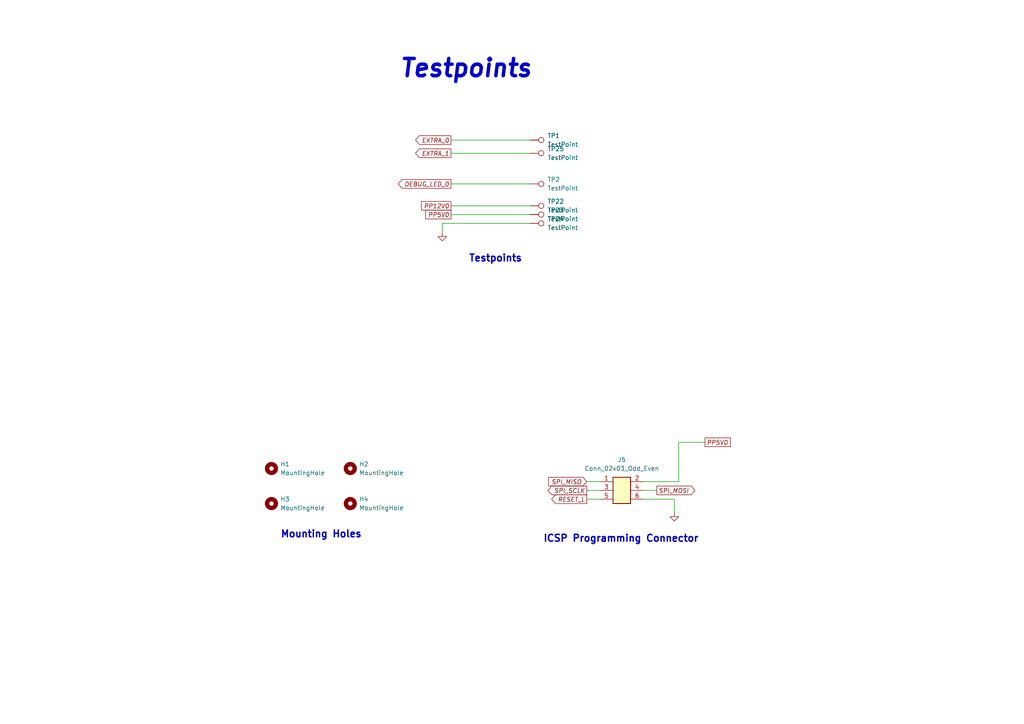
<source format=kicad_sch>
(kicad_sch (version 20211123) (generator eeschema)
  (paper "A4")
  (lib_symbols
    (symbol "HPS:Conn_02x03_Odd_Even" (pin_names (offset 1.016) hide)
      (property "Reference" "J" (at 0 8.89 0))
      (property "Value" "Conn_02x03_Odd_Even" (at 0 6.35 0))
      (symbol "Conn_02x03_Odd_Even_1_1"
        (rectangle (start -2.54 5.08) (end 2.54 -2.54) (stroke (width 0.254)) (fill (type background)))
        (pin passive line (at -6.35 3.81 0) (length 3.81) (name "Pin_1") (number "1"))
        (pin passive line (at 6.35 3.81 180) (length 3.81) (name "Pin_2") (number "2"))
        (pin passive line (at -6.35 1.27 0) (length 3.81) (name "Pin_3") (number "3"))
        (pin passive line (at 6.35 1.27 180) (length 3.81) (name "Pin_4") (number "4"))
        (pin passive line (at -6.35 -1.27 0) (length 3.81) (name "Pin_5") (number "5"))
        (pin passive line (at 6.35 -1.27 180) (length 3.81) (name "Pin_6") (number "6"))
      )
    )
    (symbol "HPS:GND" (power) (pin_names (offset 0))
      (property "Value" "GND" (at 0 -3.81 0))
      (symbol "GND_0_1"
        (polyline (pts (xy 0 0) (xy 0 -1.27) (xy 1.27 -1.27) (xy 0 -2.54) (xy -1.27 -1.27) (xy 0 -1.27)))
      )
      (symbol "GND_1_1"
        (pin power_in line (at 0 0 270) (length 0) hide (name "GND") (number "1"))
      )
    )
    (symbol "HPS:MountingHole" (pin_names (offset 1.016))
      (property "Reference" "H" (at 0 5.08 0))
      (property "Value" "MountingHole" (at 0 3.175 0))
      (symbol "MountingHole_0_1"
        (circle (center 0 0) (radius 1.27) (stroke (width 1.27)))
      )
    )
    (symbol "HPS:TestPoint" (pin_numbers hide) (pin_names (offset 0.762) hide)
      (property "Reference" "TP" (at 0 6.858 0))
      (property "Value" "TestPoint" (at 0 5.08 0))
      (symbol "TestPoint_0_1"
        (circle (center 0 3.302) (radius 0.762))
      )
      (symbol "TestPoint_1_1"
        (pin passive line (at 0 0 90) (length 2.54) (name "1") (number "1"))
      )
    )
  )
  (wire (pts (xy 195.58 144.78) (xy 186.69 144.78)))
  (wire (pts (xy 130.81 40.64) (xy 153.67 40.64)))
  (wire (pts (xy 170.18 144.78) (xy 173.99 144.78)))
  (wire (pts (xy 130.81 59.69) (xy 153.67 59.69)))
  (wire (pts (xy 130.81 44.45) (xy 153.67 44.45)))
  (wire (pts (xy 196.85 139.7) (xy 196.85 128.27)))
  (wire (pts (xy 128.27 67.31) (xy 128.27 64.77)))
  (wire (pts (xy 195.58 148.59) (xy 195.58 144.78)))
  (wire (pts (xy 186.69 142.24) (xy 190.5 142.24)))
  (wire (pts (xy 173.99 139.7) (xy 170.18 139.7)))
  (wire (pts (xy 128.27 64.77) (xy 153.67 64.77)))
  (wire (pts (xy 186.69 139.7) (xy 196.85 139.7)))
  (wire (pts (xy 173.99 142.24) (xy 170.18 142.24)))
  (wire (pts (xy 196.85 128.27) (xy 204.47 128.27)))
  (wire (pts (xy 130.81 62.23) (xy 153.67 62.23)))
  (wire (pts (xy 130.81 53.34) (xy 153.67 53.34)))
  (text "Mounting Holes" (at 81.28 156.21 0) (effects (font (size 2 2) (thickness 0.4) bold) (justify left bottom)))
  (text "ICSP Programming Connector" (at 157.48 157.48 0) (effects (font (size 2 2) (thickness 0.4) bold) (justify left bottom)))
  (text "Testpoints" (at 135.89 76.2 0) (effects (font (size 2 2) (thickness 0.4) bold) (justify left bottom)))
  (text "Testpoints" (at 115.57 22.86 0) (effects (font (size 5 5) (thickness 1) bold italic) (justify left bottom)))
  (global_label "PP5V0" (shape passive) (at 130.81 62.23 180) (effects (font italic)) (property "Intersheet References" "${INTERSHEET_REFS}" (effects hide)))
  (global_label "EXTRA_1" (shape output) (at 130.81 44.45 180) (effects (font italic)) (property "Intersheet References" "${INTERSHEET_REFS}" (effects hide)))
  (global_label "DEBUG_LED_0" (shape output) (at 130.81 53.34 180) (effects (font italic)) (property "Intersheet References" "${INTERSHEET_REFS}" (effects hide)))
  (global_label "PP5V0" (shape passive) (at 204.47 128.27 0) (effects (font italic)) (property "Intersheet References" "${INTERSHEET_REFS}" (effects hide)))
  (global_label "SPI_SCLK" (shape output) (at 170.18 142.24 180) (effects (font italic)) (property "Intersheet References" "${INTERSHEET_REFS}" (effects hide)))
  (global_label "RESET_L" (shape output) (at 170.18 144.78 180) (effects (font italic)) (property "Intersheet References" "${INTERSHEET_REFS}" (effects hide)))
  (global_label "EXTRA_0" (shape output) (at 130.81 40.64 180) (effects (font italic)) (property "Intersheet References" "${INTERSHEET_REFS}" (effects hide)))
  (global_label "SPI_MISO" (shape input) (at 170.18 139.7 180) (effects (font italic)) (property "Intersheet References" "${INTERSHEET_REFS}" (effects hide)))
  (global_label "SPI_MOSI" (shape output) (at 190.5 142.24 0) (effects (font italic)) (property "Intersheet References" "${INTERSHEET_REFS}" (effects hide)))
  (global_label "PP12V0" (shape passive) (at 130.81 59.69 180) (effects (font italic)) (property "Intersheet References" "${INTERSHEET_REFS}" (effects hide)))
  (symbol (lib_id "HPS:TestPoint") (at 153.67 40.64 270) (unit 1)
    (property "Reference" "TP1" (at 158.75 39.3699 90) (effects (justify left)))
    (property "Value" "TestPoint" (at 158.75 41.9099 90) (effects (justify left)))
    (property "Footprint" "footprints:TestPoint_THTPad_D2.0mm_Drill1.0mm" (effects hide))
  )
  (symbol (lib_id "HPS:GND") (at 195.58 148.59 0) (unit 1)
    (property "Reference" "#PWR0136" (effects hide))
    (property "Value" "GND" (effects hide))
  )
  (symbol (lib_id "HPS:TestPoint") (at 153.67 53.34 270) (unit 1)
    (property "Reference" "TP2" (at 158.75 52.0699 90) (effects (justify left)))
    (property "Value" "TestPoint" (at 158.75 54.6099 90) (effects (justify left)))
    (property "Footprint" "footprints:TestPoint_THTPad_D2.0mm_Drill1.0mm" (effects hide))
  )
  (symbol (lib_id "HPS:TestPoint") (at 153.67 64.77 270) (unit 1)
    (property "Reference" "TP24" (at 158.75 63.4999 90) (effects (justify left)))
    (property "Value" "TestPoint" (at 158.75 66.0399 90) (effects (justify left)))
    (property "Footprint" "footprints:TestPoint_THTPad_D2.0mm_Drill1.0mm" (effects hide))
  )
  (symbol (lib_id "HPS:MountingHole") (at 78.74 135.89 0) (unit 1)
    (property "Reference" "H1" (at 81.28 134.6199 0) (effects (justify left)))
    (property "Value" "MountingHole" (at 81.28 137.1599 0) (effects (justify left)))
    (property "Footprint" "footprints:MountingHole_3.2mm_M3" (effects hide))
  )
  (symbol (lib_id "HPS:Conn_02x03_Odd_Even") (at 180.34 143.51 0) (unit 1)
    (property "Reference" "J5" (at 180.34 133.35 0))
    (property "Value" "Conn_02x03_Odd_Even" (at 180.34 135.89 0))
    (property "Footprint" "footprints:PinHeader_2x03_P2.54mm_Vertical" (effects hide))
    (property "Datasheet" "https://drawings-pdf.s3.amazonaws.com/11636.pdf" (effects hide))
    (property "MFG" "Sullins Connector Solutions" (effects hide))
    (property "MPN" "PRPC003DAAN-RC" (effects hide))
    (property "Digikey PN" "S2011EC-03-ND" (effects hide))
    (property "Mouser PN" "N/A" (effects hide))
  )
  (symbol (lib_id "HPS:GND") (at 128.27 67.31 0) (unit 1)
    (property "Reference" "#PWR0131" (effects hide))
    (property "Value" "GND" (effects hide))
  )
  (symbol (lib_id "HPS:MountingHole") (at 78.74 146.05 0) (unit 1)
    (property "Reference" "H3" (at 81.28 144.7799 0) (effects (justify left)))
    (property "Value" "MountingHole" (at 81.28 147.3199 0) (effects (justify left)))
    (property "Footprint" "footprints:MountingHole_3.2mm_M3" (effects hide))
  )
  (symbol (lib_id "HPS:MountingHole") (at 101.6 135.89 0) (unit 1)
    (property "Reference" "H2" (at 104.14 134.6199 0) (effects (justify left)))
    (property "Value" "MountingHole" (at 104.14 137.1599 0) (effects (justify left)))
    (property "Footprint" "footprints:MountingHole_3.2mm_M3" (effects hide))
  )
  (symbol (lib_id "HPS:TestPoint") (at 153.67 62.23 270) (unit 1)
    (property "Reference" "TP23" (at 158.75 60.9599 90) (effects (justify left)))
    (property "Value" "TestPoint" (at 158.75 63.4999 90) (effects (justify left)))
    (property "Footprint" "footprints:TestPoint_THTPad_D2.0mm_Drill1.0mm" (effects hide))
  )
  (symbol (lib_id "HPS:TestPoint") (at 153.67 44.45 270) (unit 1)
    (property "Reference" "TP25" (at 158.75 43.1799 90) (effects (justify left)))
    (property "Value" "TestPoint" (at 158.75 45.7199 90) (effects (justify left)))
    (property "Footprint" "footprints:TestPoint_THTPad_D2.0mm_Drill1.0mm" (effects hide))
  )
  (symbol (lib_id "HPS:TestPoint") (at 153.67 59.69 270) (unit 1)
    (property "Reference" "TP22" (at 158.75 58.4199 90) (effects (justify left)))
    (property "Value" "TestPoint" (at 158.75 60.9599 90) (effects (justify left)))
    (property "Footprint" "footprints:TestPoint_THTPad_D2.0mm_Drill1.0mm" (effects hide))
  )
  (symbol (lib_id "HPS:MountingHole") (at 101.6 146.05 0) (unit 1)
    (property "Reference" "H4" (at 104.14 144.7799 0) (effects (justify left)))
    (property "Value" "MountingHole" (at 104.14 147.3199 0) (effects (justify left)))
    (property "Footprint" "footprints:MountingHole_3.2mm_M3" (effects hide))
  )
)
</source>
